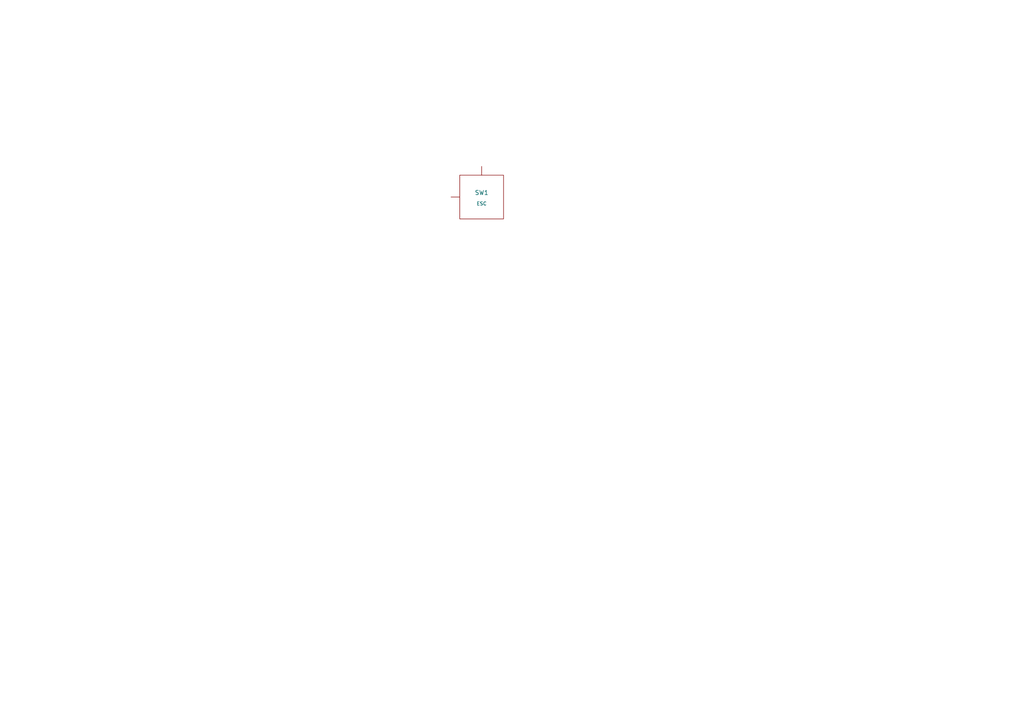
<source format=kicad_sch>
(kicad_sch (version 20230121) (generator eeschema)
  (paper "A4")
  (lib_symbols
    (symbol "acheronSymbols:MXSwitch"
      (property "Reference" "SW" (at 0 0 0))
      (property "Value" "MXSwitch" (at 0 -3.81 0))
      (symbol "MXSwitch_0_1"
        (rectangle (start -6.35 6.35) (end 6.35 -6.35))
        (polyline (pts (xy -6.35 0) (xy -8.89 0)))
        (polyline (pts (xy 0 6.35) (xy 0 8.89)))
      )
      (symbol "MXSwitch_1_1"
        (pin output line (at -8.89 0 0) (length 2.54) hide (name "Col") (number "1"))
        (pin input line (at 0 8.89 270) (length 2.54) hide (name "Row") (number "2"))
      )
    )
  )
  (symbol (lib_id "acheronSymbols:MXSwitch") (at 139.7 57.15 0) (unit 1) (in_bom no)
    (property "Reference" "SW1" (at 139.7 55.88 0))
    (property "Value" "ESC" (at 139.7 59.055 0) (effects (font (size 0.9906 0.9906))))
    (property "Footprint" "acheron_MX_SolderMask:MX100" (effects hide))
  )
)
</source>
